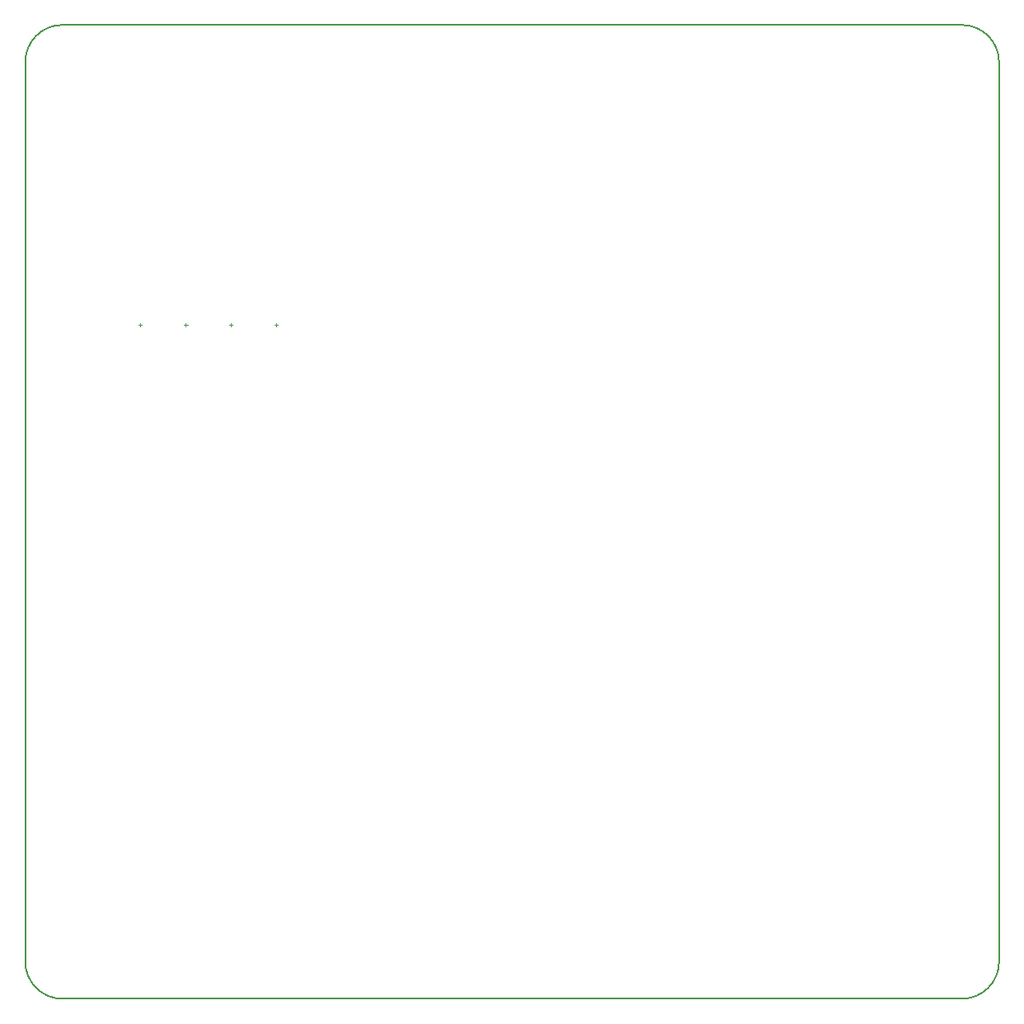
<source format=gm1>
G04*
G04 #@! TF.GenerationSoftware,Altium Limited,Altium Designer,18.1.9 (240)*
G04*
G04 Layer_Color=16711935*
%FSLAX25Y25*%
%MOIN*%
G70*
G01*
G75*
%ADD10C,0.00700*%
%ADD92C,0.00394*%
D10*
Y15000D02*
G03*
X15000Y0I15000J0D01*
G01*
Y393701D02*
G03*
X0Y378701I0J-15000D01*
G01*
X393701D02*
G03*
X378701Y393701I-15000J0D01*
G01*
Y0D02*
G03*
X393701Y15000I0J15000D01*
G01*
X0D02*
Y378701D01*
X15000Y393701D02*
X378701D01*
X15000Y0D02*
X378701D01*
X393701Y15000D02*
Y378701D01*
D92*
X45713Y272450D02*
X47287D01*
X46500Y271663D02*
Y273238D01*
X100713Y272450D02*
X102287D01*
X101500Y271663D02*
Y273238D01*
X64046Y272450D02*
X65621D01*
X64833Y271663D02*
Y273238D01*
X82379Y272450D02*
X83954D01*
X83167Y271663D02*
Y273238D01*
M02*

</source>
